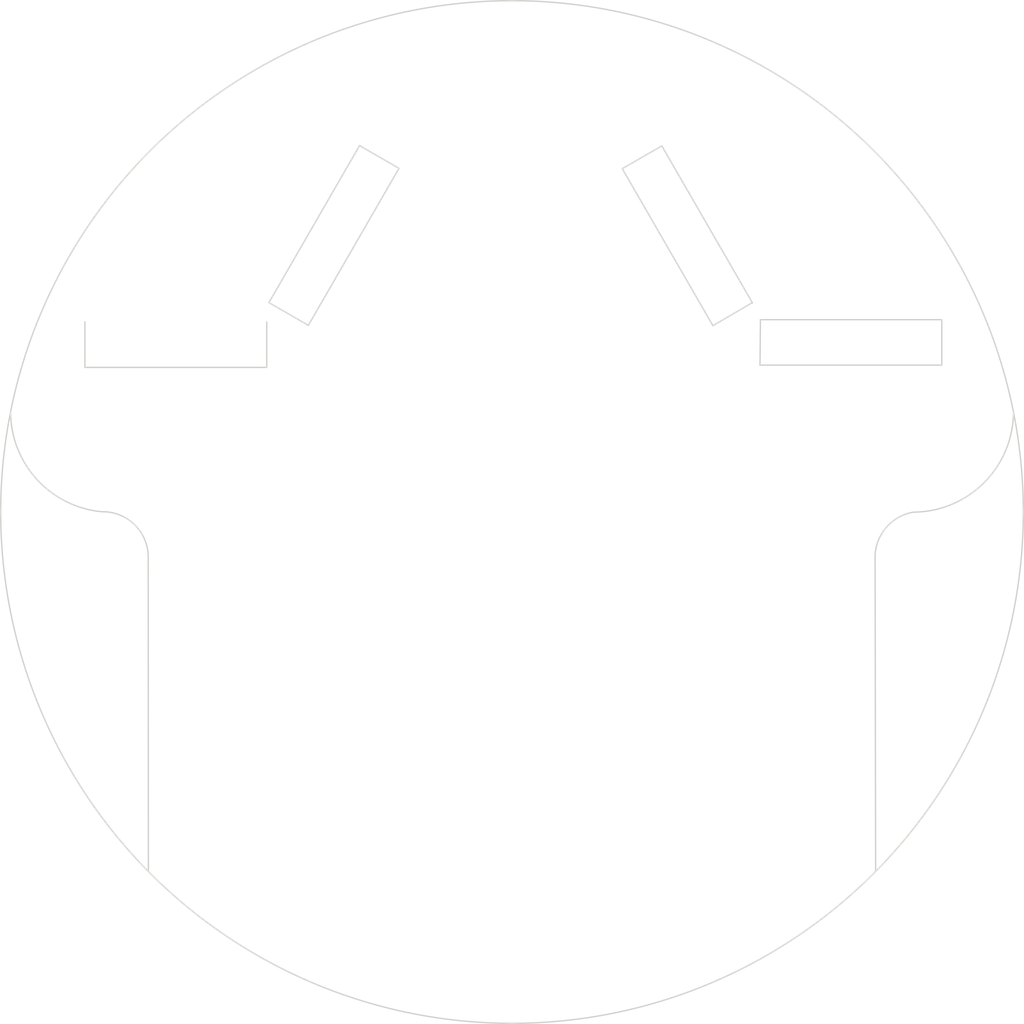
<source format=kicad_pcb>
(kicad_pcb (version 20171130) (host pcbnew 5.1.5-52549c5~84~ubuntu18.04.1)

  (general
    (thickness 1.6)
    (drawings 23)
    (tracks 0)
    (zones 0)
    (modules 0)
    (nets 1)
  )

  (page A4)
  (layers
    (0 F.Cu signal)
    (31 B.Cu signal)
    (32 B.Adhes user)
    (33 F.Adhes user)
    (34 B.Paste user)
    (35 F.Paste user)
    (36 B.SilkS user)
    (37 F.SilkS user)
    (38 B.Mask user)
    (39 F.Mask user)
    (40 Dwgs.User user)
    (41 Cmts.User user)
    (42 Eco1.User user)
    (43 Eco2.User user)
    (44 Edge.Cuts user)
    (45 Margin user)
    (46 B.CrtYd user)
    (47 F.CrtYd user)
    (48 B.Fab user)
    (49 F.Fab user)
  )

  (setup
    (last_trace_width 0.25)
    (trace_clearance 0.2)
    (zone_clearance 0.508)
    (zone_45_only no)
    (trace_min 0.2)
    (via_size 0.8)
    (via_drill 0.4)
    (via_min_size 0.4)
    (via_min_drill 0.3)
    (uvia_size 0.3)
    (uvia_drill 0.1)
    (uvias_allowed no)
    (uvia_min_size 0.2)
    (uvia_min_drill 0.1)
    (edge_width 0.05)
    (segment_width 0.2)
    (pcb_text_width 0.3)
    (pcb_text_size 1.5 1.5)
    (mod_edge_width 0.12)
    (mod_text_size 1 1)
    (mod_text_width 0.15)
    (pad_size 1.524 1.524)
    (pad_drill 0.762)
    (pad_to_mask_clearance 0.051)
    (solder_mask_min_width 0.25)
    (aux_axis_origin 0 0)
    (visible_elements FFFFFF7F)
    (pcbplotparams
      (layerselection 0x01000_7ffffffe)
      (usegerberextensions false)
      (usegerberattributes false)
      (usegerberadvancedattributes false)
      (creategerberjobfile false)
      (excludeedgelayer true)
      (linewidth 0.100000)
      (plotframeref false)
      (viasonmask false)
      (mode 1)
      (useauxorigin false)
      (hpglpennumber 1)
      (hpglpenspeed 20)
      (hpglpendiameter 15.000000)
      (psnegative false)
      (psa4output false)
      (plotreference true)
      (plotvalue true)
      (plotinvisibletext false)
      (padsonsilk false)
      (subtractmaskfromsilk false)
      (outputformat 3)
      (mirror false)
      (drillshape 0)
      (scaleselection 1)
      (outputdirectory "./"))
  )

  (net 0 "")

  (net_class Default "This is the default net class."
    (clearance 0.2)
    (trace_width 0.25)
    (via_dia 0.8)
    (via_drill 0.4)
    (uvia_dia 0.3)
    (uvia_drill 0.1)
  )

  (gr_line (start 133.05282 69.75602) (end 129.58318 67.7545) (layer Edge.Cuts) (width 0.12) (tstamp 5DE737E4))
  (gr_line (start 156.18968 67.79006) (end 164.16528 81.60766) (layer Edge.Cuts) (width 0.12) (tstamp 5DE60F34))
  (gr_line (start 152.7048 69.78396) (end 160.6804 83.60156) (layer Edge.Cuts) (width 0.12) (tstamp 5DE60F33))
  (gr_line (start 152.70734 69.78396) (end 156.17698 67.78244) (layer Edge.Cuts) (width 0.12) (tstamp 5DE60F32))
  (gr_line (start 164.10178 81.60004) (end 160.68294 83.60156) (layer Edge.Cuts) (width 0.12) (tstamp 5DE60F31))
  (gr_line (start 164.8643 83.0734) (end 164.8258 87.0734) (layer Edge.Cuts) (width 0.12) (tstamp 5DE60E99))
  (gr_line (start 180.8258 83.0734) (end 180.8258 87.0734) (layer Edge.Cuts) (width 0.12) (tstamp 5DE60E98))
  (gr_line (start 164.8258 87.0734) (end 180.8258 87.0734) (layer Edge.Cuts) (width 0.12) (tstamp 5DE60E97))
  (gr_line (start 129.58318 67.7545) (end 121.60758 81.5721) (layer Edge.Cuts) (width 0.12) (tstamp 5DE2B4A1))
  (gr_line (start 125.07722 83.57362) (end 133.05282 69.75602) (layer Edge.Cuts) (width 0.12) (tstamp 5DE2B358))
  (gr_line (start 121.60758 81.5721) (end 125.07722 83.57362) (layer Edge.Cuts) (width 0.12) (tstamp 5DE2B356))
  (gr_line (start 105.412 83.2612) (end 121.412 83.2612) (layer Eco2.User) (width 0.12) (tstamp 5DE27D52))
  (gr_line (start 105.412 87.2744) (end 121.412 87.2744) (layer Edge.Cuts) (width 0.12))
  (gr_line (start 164.8643 83.0734) (end 180.8258 83.0734) (layer Edge.Cuts) (width 0.12) (tstamp 5DE27BA8))
  (gr_line (start 121.4152 83.2766) (end 121.4152 87.2766) (layer Edge.Cuts) (width 0.12) (tstamp 5DE27B7D))
  (gr_line (start 105.412 83.2612) (end 105.412 87.2744) (layer Edge.Cuts) (width 0.12) (tstamp 5DE27B31))
  (gr_arc (start 179.006499 104.012999) (end 178.3334 100.0125) (angle -80.4) (layer Edge.Cuts) (width 0.12) (tstamp 5DE27443))
  (gr_arc (start 106.984799 103.975403) (end 110.985298 103.911904) (angle -89.1) (layer Edge.Cuts) (width 0.12))
  (gr_arc (start 178.2845 91.1625) (end 178.2845 100.0125) (angle -90) (layer Edge.Cuts) (width 0.12) (tstamp 5DE27322))
  (gr_arc (start 107.7195 91.1625) (end 98.8695 91.1625) (angle -85.2) (layer Edge.Cuts) (width 0.12))
  (gr_line (start 174.9552 104.013) (end 175 131.6) (layer Edge.Cuts) (width 0.12) (tstamp 5DE2B2E5))
  (gr_line (start 110.985298 103.911904) (end 111 131.6) (layer Edge.Cuts) (width 0.12))
  (gr_circle (center 143 100) (end 188 100) (layer Edge.Cuts) (width 0.12))

)

</source>
